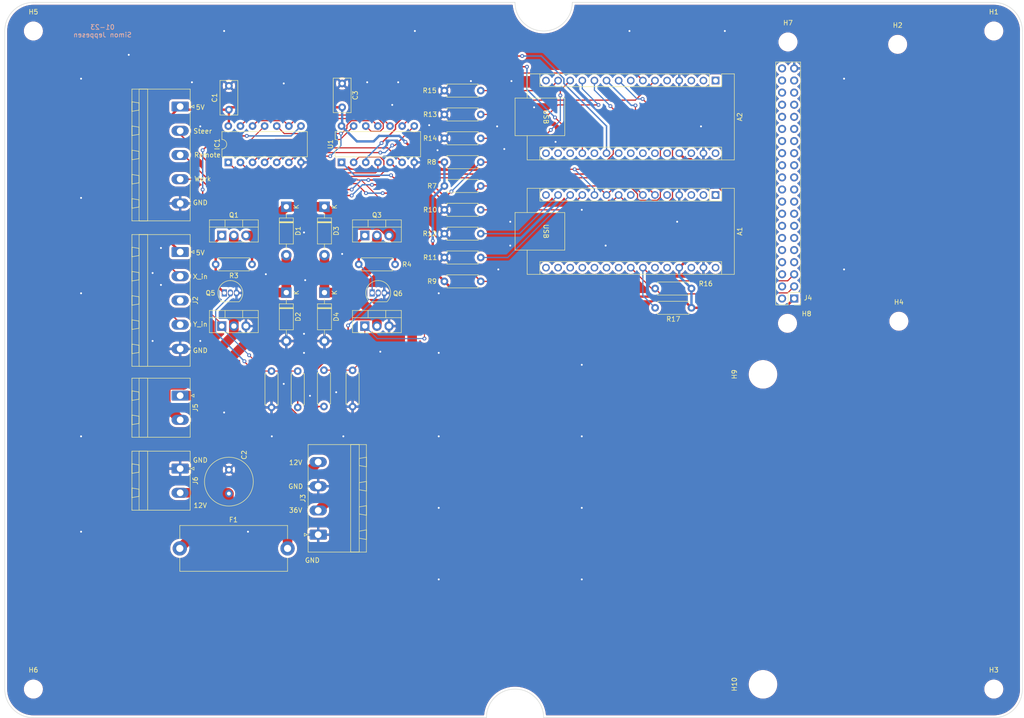
<source format=kicad_pcb>
(kicad_pcb (version 20211014) (generator pcbnew)
  (layers (0 "F.Cu" signal) (31 "B.Cu" signal) (34 "B.Paste" user) (35 "F.Paste" user) (36 "B.SilkS" user "B.Silkscreen") (37 "F.SilkS" user "F.Silkscreen") (38 "B.Mask" user) (39 "F.Mask" user) (44 "Edge.Cuts" user))
  (net 0 "")
  (net 1 "STEERSW")
  (net 2 "WORKSW")
  (net 6 "0")
  (net 8 "REMOTE")
  (net 9 "Net-(A1-Pad12)")
  (net 11 "Net-(A1-Pad13)")
  (net 12 "Net-(A1-Pad14)")
  (net 13 "/SDA")
  (net 14 "/SCL")
  (net 29 "PWM1")
  (net 32 "+36V")
  (net 33 "Net-(Q1-Pad1)")
  (net 34 "IN-")
  (net 35 "Net-(Q3-Pad1)")
  (net 36 "IN+")
  (net 37 "Net-(Q5-Pad2)")
  (net 38 "Net-(Q6-Pad2)")
  (net 39 "DIR")
  (net 40 "PWM")
  (net 41 "+5V")
  (net 42 "DIR1")
  (net 44 "Net-(A2-Pad12)")
  (net 45 "Net-(A2-Pad13)")
  (net 46 "Net-(A2-Pad14)")
  (net 51 "x_analog_in")
  (net 53 "y_analog_in")
  (net 61 "+12V")
  (net 62 "MOTOR+")
  (net 63 "MOTOR-")
  (net 101 "Net-(C2-Pad1)")
  (net 102 "Net-(IC1-Pad1)")
  (net 103 "Net-(IC1-Pad2)")
  (net 104 "Net-(IC1-Pad3)")
  (net 105 "Net-(IC1-Pad4)")
  (net 106 "Net-(IC1-Pad5)")
  (net 107 "Net-(IC1-Pad10)")
  (net 108 "Net-(IC1-Pad12)")
  (net 109 "Net-(IC1-Pad13)")
  (footprint "Resistor_THT:R_Axial_DIN0207_L6.3mm_D2.5mm_P7.62mm_Horizontal" (layer "F.Cu") (at 106.19 62.5)
    (fp_text reference "R12")
    (fp_text value "10k")
  )
  (footprint "Package_TO_SOT_THT:TO-92_Inline" (layer "F.Cu") (at 91.040464 74.93375)
    (fp_text reference "Q6")
    (fp_text value "BC547")
  )
  (footprint "Capacitor_THT:C_Rect_L7.0mm_W3.5mm_P5.00mm" (layer "F.Cu") (at 61 36.5 90)
    (fp_text reference "C1")
    (fp_text value "C_Small" hide)
  )
  (footprint "Package_DIP:DIP-14_W7.62mm" (layer "F.Cu") (at 60.875 47.55 90)
    (fp_text reference "IC1")
    (fp_text value "74HC08N")
  )
  (footprint "Resistor_THT:R_Axial_DIN0207_L6.3mm_D2.5mm_P7.62mm_Horizontal" (layer "F.Cu") (at 80.934214 91.12375 -90)
    (fp_text reference "R2" hide)
    (fp_text value "10k")
  )
  (footprint "Connector_PinHeader_2.54mm:PinHeader_2x20_P2.54mm_Vertical" (layer "F.Cu") (at 179.54 76.1 180)
    (fp_text reference "J4")
    (fp_text value "Conn_02x20_Odd_Even")
  )
  (footprint "Resistor_THT:R_Axial_DIN0207_L6.3mm_D2.5mm_P7.62mm_Horizontal" (layer "F.Cu") (at 69.934214 91.31375 -90)
    (fp_text reference "R1" hide)
    (fp_text value "10k")
  )
  (footprint "MountingHole:MountingHole_5mm" (layer "F.Cu") (at 173 92 90)
    (fp_text reference "H9")
    (fp_text value "MountingHole")
  )
  (footprint "Connector_Phoenix_MSTB:PhoenixContact_MSTBA_2,5_2-G-5,08_1x02_P5.08mm_Horizontal" (layer "F.Cu") (at 50.7775 96.46 -90)
    (fp_text reference "J5")
    (fp_text value "MOTOR_CON")
  )
  (footprint "Resistor_THT:R_Axial_DIN0207_L6.3mm_D2.5mm_P7.62mm_Horizontal" (layer "F.Cu") (at 95.850464 68.93375 180)
    (fp_text reference "R4")
    (fp_text value "10k")
  )
  (footprint "MountingHole:MountingHole_3mm" (layer "F.Cu") (at 221.4 20)
    (fp_text reference "H1")
    (fp_text value "MountingHole")
  )
  (footprint "Connector_Phoenix_MSTB:PhoenixContact_MSTBA_2,5_5-G-5,08_1x05_P5.08mm_Horizontal" (layer "F.Cu") (at 50.7775 35.84 -90)
    (fp_text reference "J1" hide)
    (fp_text value "Conn_01x05_Male")
  )
  (footprint "Resistor_THT:R_Axial_DIN0207_L6.3mm_D2.5mm_P7.62mm_Horizontal" (layer "F.Cu") (at 86.934214 91.15375 -90)
    (fp_text reference "R5" hide)
    (fp_text value "10k")
  )
  (footprint "MountingHole:MountingHole_3mm" (layer "F.Cu") (at 20 158)
    (fp_text reference "H6")
    (fp_text value "MountingHole")
  )
  (footprint "Resistor_THT:R_Axial_DIN0207_L6.3mm_D2.5mm_P7.62mm_Horizontal" (layer "F.Cu") (at 106.19 72.5)
    (fp_text reference "R9")
    (fp_text value "10k")
  )
  (footprint "Package_TO_SOT_THT:TO-220-3_Vertical" (layer "F.Cu") (at 89.500464 81.87875)
    (fp_text reference "Q4" hide)
    (fp_text value "IRLZ44N")
  )
  (footprint "Resistor_THT:R_Axial_DIN0207_L6.3mm_D2.5mm_P7.62mm_Horizontal" (layer "F.Cu") (at 106.19 37.5)
    (fp_text reference "R13")
    (fp_text value "10k")
  )
  (footprint "Module:Arduino_Nano" (layer "F.Cu") (at 163.05 54.39 -90)
    (fp_text reference "A1")
    (fp_text value "Arduino_Nano_steer")
  )
  (footprint "Resistor_THT:R_Axial_DIN0207_L6.3mm_D2.5mm_P7.62mm_Horizontal" (layer "F.Cu") (at 158 74 180)
    (fp_text reference "R16")
    (fp_text value "10k")
  )
  (footprint "Capacitor_THT:C_Rect_L7.0mm_W3.5mm_P5.00mm" (layer "F.Cu") (at 84.75 31 -90)
    (fp_text reference "C3")
    (fp_text value "0.1u")
  )
  (footprint "Diode_THT:D_DO-41_SOD81_P10.16mm_Horizontal" (layer "F.Cu") (at 73.040464 74.85375 -90)
    (fp_text reference "D2")
    (fp_text value "1N5819")
  )
  (footprint "Resistor_THT:R_Axial_DIN0207_L6.3mm_D2.5mm_P7.62mm_Horizontal" (layer "F.Cu") (at 106.19 52.5)
    (fp_text reference "R7")
    (fp_text value "10k")
  )
  (footprint "Diode_THT:D_DO-41_SOD81_P10.16mm_Horizontal" (layer "F.Cu") (at 81.040464 74.85375 -90)
    (fp_text reference "D4")
    (fp_text value "1N5819")
  )
  (footprint "Module:Arduino_Nano" (layer "F.Cu") (at 163.05 30.39 -90)
    (fp_text reference "A2")
    (fp_text value "Arduino_Nano_joystick")
  )
  (footprint "Connector_Phoenix_MSTB:PhoenixContact_MSTBA_2,5_2-G-5,08_1x02_P5.08mm_Horizontal" (layer "F.Cu") (at 50.7775 111.76 -90)
    (fp_text reference "J6")
    (fp_text value "POWER_12V")
  )
  (footprint "Resistor_THT:R_Axial_DIN0207_L6.3mm_D2.5mm_P7.62mm_Horizontal" (layer "F.Cu") (at 106.19 47.5)
    (fp_text reference "R8")
    (fp_text value "10k")
  )
  (footprint "Resistor_THT:R_Axial_DIN0207_L6.3mm_D2.5mm_P7.62mm_Horizontal" (layer "F.Cu") (at 65.850464 68.93375 180)
    (fp_text reference "R3")
    (fp_text value "10k")
  )
  (footprint "Resistor_THT:R_Axial_DIN0207_L6.3mm_D2.5mm_P7.62mm_Horizontal" (layer "F.Cu") (at 75.434214 98.93375 90)
    (fp_text reference "R6" hide)
    (fp_text value "10k")
  )
  (footprint "Package_DIP:DIP-14_W7.62mm" (layer "F.Cu") (at 84.625 47.55 90)
    (fp_text reference "U1")
    (fp_text value "74HC04")
  )
  (footprint "Connector_Phoenix_MSTB:PhoenixContact_MSTBA_2,5_4-G-5,08_1x04_P5.08mm_Horizontal" (layer "F.Cu") (at 79.7225 125.62 90)
    (fp_text reference "J3")
    (fp_text value "POWER12V-36V")
  )
  (footprint "Resistor_THT:R_Axial_DIN0207_L6.3mm_D2.5mm_P7.62mm_Horizontal" (layer "F.Cu") (at 106.19 67.5)
    (fp_text reference "R11")
    (fp_text value "10k")
  )
  (footprint "MountingHole:MountingHole_3mm" (layer "F.Cu") (at 20 20)
    (fp_text reference "H5")
    (fp_text value "MountingHole")
  )
  (footprint "Package_TO_SOT_THT:TO-220-3_Vertical" (layer "F.Cu") (at 59.500464 62.87875)
    (fp_text reference "Q1")
    (fp_text value "FQP27P06")
  )
  (footprint "MountingHole:MountingHole_3mm" (layer "F.Cu") (at 201.24 22.8)
    (fp_text reference "H2")
    (fp_text value "MountingHole")
  )
  (footprint "Connector_Phoenix_MSTB:PhoenixContact_MSTBA_2,5_5-G-5,08_1x05_P5.08mm_Horizontal" (layer "F.Cu") (at 50.7775 66.34 -90)
    (fp_text reference "J2")
    (fp_text value "Conn_01x05_Male")
  )
  (footprint "Package_TO_SOT_THT:TO-220-3_Vertical" (layer "F.Cu") (at 59.500464 81.87875)
    (fp_text reference "Q2" hide)
    (fp_text value "IRLZ44N")
  )
  (footprint "MountingHole:MountingHole_3mm" (layer "F.Cu") (at 178.24 22.3)
    (fp_text reference "H7")
    (fp_text value "MountingHole")
  )
  (footprint "Diode_THT:D_DO-41_SOD81_P10.16mm_Horizontal" (layer "F.Cu") (at 73.040464 56.85375 -90)
    (fp_text reference "D1")
    (fp_text value "1N5819")
  )
  (footprint "Resistor_THT:R_Axial_DIN0207_L6.3mm_D2.5mm_P7.62mm_Horizontal" (layer "F.Cu") (at 158 78.05 180)
    (fp_text reference "R17")
    (fp_text value "10k")
  )
  (footprint "Resistor_THT:R_Axial_DIN0207_L6.3mm_D2.5mm_P7.62mm_Horizontal" (layer "F.Cu") (at 106.19 57.5)
    (fp_text reference "R10")
    (fp_text value "10k")
  )
  (footprint "MountingHole:MountingHole_3mm" (layer "F.Cu") (at 221.4 158)
    (fp_text reference "H3")
    (fp_text value "MountingHole")
  )
  (footprint "Package_TO_SOT_THT:TO-92_Inline" (layer "F.Cu") (at 60.040464 74.93375)
    (fp_text reference "Q5")
    (fp_text value "BC547")
  )
  (footprint "Diode_THT:D_DO-41_SOD81_P10.16mm_Horizontal" (layer "F.Cu") (at 81.040464 56.85375 -90)
    (fp_text reference "D3")
    (fp_text value "1N5819")
  )
  (footprint "MountingHole:MountingHole_3mm" (layer "F.Cu") (at 201.492445 80.86238)
    (fp_text reference "H4")
    (fp_text value "MountingHole")
  )
  (footprint "Package_TO_SOT_THT:TO-220-3_Vertical" (layer "F.Cu") (at 89.500464 62.87875)
    (fp_text reference "Q3")
    (fp_text value "FQP27P06")
  )
  (footprint "MountingHole:MountingHole_5mm" (layer "F.Cu") (at 173 157 90)
    (fp_text reference "H10")
    (fp_text value "MountingHole")
  )
  (footprint "Resistor_THT:R_Axial_DIN0207_L6.3mm_D2.5mm_P7.62mm_Horizontal" (layer "F.Cu") (at 106.19 32.5)
    (fp_text reference "R15")
    (fp_text value "10k")
  )
  (footprint "Capacitor_THT:C_Radial_D10.0mm_H12.5mm_P5.00mm" (layer "F.Cu") (at 61 117 90)
    (fp_text reference "C2")
    (fp_text value "1000 u")
  )
  (footprint "Resistor_THT:R_Axial_DIN0207_L6.3mm_D2.5mm_P7.62mm_Horizontal" (layer "F.Cu") (at 106.19 42.5)
    (fp_text reference "R14")
    (fp_text value "10k")
  )
  (footprint "MountingHole:MountingHole_3mm" (layer "F.Cu") (at 178.14 81.3)
    (fp_text reference "H8")
    (fp_text value "MountingHole")
  )
  (footprint "Fuse:Fuseholder_Cylinder-5x20mm_Stelvio-Kontek_PTF78_Horizontal_Open" (layer "F.Cu") (at 50.7 128.5)
    (fp_text reference "F1")
    (fp_text value "Fuse")
  )
  (gr_arc (start 14 20) (mid 15.757359 15.757359) (end 20 14) (layer "Edge.Cuts") (width 0.1))
  (gr_arc (start 133 14) (mid 127 20) (end 121 14) (layer "Edge.Cuts") (width 0.1))
  (gr_line (start 115 164) (end 20 164) (layer "Edge.Cuts") (width 0.1))
  (gr_line (start 221.4 14) (end 133 14) (layer "Edge.Cuts") (width 0.1))
  (gr_line (start 221.4 164) (end 127 164) (layer "Edge.Cuts") (width 0.1))
  (gr_line (start 227.4 20) (end 227.4 158) (layer "Edge.Cuts") (width 0.1))
  (gr_line (start 20.5 14) (end 20 14) (layer "Edge.Cuts") (width 0.1))
  (gr_line (start 14 20) (end 14 158) (layer "Edge.Cuts") (width 0.1))
  (gr_arc (start 115 164) (mid 121 158) (end 127 164) (layer "Edge.Cuts") (width 0.1))
  (gr_arc (start 221.4 14) (mid 225.642641 15.757359) (end 227.4 20) (layer "Edge.Cuts") (width 0.1))
  (gr_arc (start 20 164) (mid 15.757359 162.242641) (end 14 158) (layer "Edge.Cuts") (width 0.1))
  (gr_line (start 20.5 14) (end 121 14) (layer "Edge.Cuts") (width 0.1))
  (gr_arc (start 227.4 158) (mid 225.642641 162.242641) (end 221.4 164) (layer "Edge.Cuts") (width 0.1))
  (gr_text "01-23\nSimon Jeppesen" (at 34.5 20) (layer "B.SilkS") (effects (font (size 1 1)) (justify mirror)))
  (gr_text "GND" (at 55 56) (layer "F.SilkS") (effects (font (size 1 1))))
  (gr_text "GND" (at 55 110) (layer "F.SilkS") (effects (font (size 1 1))))
  (gr_text "GND" (at 55 87) (layer "F.SilkS") (effects (font (size 1 1))))
  (gr_text "5V" (at 55 66.5) (layer "F.SilkS") (effects (font (size 1 1))))
  (gr_text "12V" (at 75 110.5) (layer "F.SilkS") (effects (font (size 1 1))))
  (gr_text "GND" (at 75 115.5) (layer "F.SilkS") (effects (font (size 1 1))))
  (gr_text "36V" (at 75 120.5) (layer "F.SilkS") (effects (font (size 1 1))))
  (gr_text "12V" (at 55 119.5) (layer "F.SilkS") (effects (font (size 1 1))))
  (gr_text "X_in" (at 55 71.5) (layer "F.SilkS") (effects (font (size 1 1))))
  (gr_text "Work\n" (at 55.5 51) (layer "F.SilkS") (effects (font (size 1 1))))
  (gr_text "GND" (at 78.5 131) (layer "F.SilkS") (effects (font (size 1 1))))
  (gr_text "5V" (at 55 36) (layer "F.SilkS") (effects (font (size 1 1))))
  (gr_text "Steer" (at 55.5 41) (layer "F.SilkS") (effects (font (size 1 1))))
  (gr_text "Y_in\n" (at 55 81.5) (layer "F.SilkS") (effects (font (size 1 1))))
  (gr_text "Remote\n" (at 56.5 46) (layer "F.SilkS") (effects (font (size 1 1))))
  (segment (start 141.605 55.515) (end 142.73 54.39) (width 0.25) (layer "F.Cu") (net 1))
  (segment (start 129 61) (end 135.170991 61) (width 0.25) (layer "F.Cu") (net 1))
  (segment (start 50.7775 41.68) (end 56.25 47.1525) (width 0.3) (layer "F.Cu") (net 1))
  (segment (start 56.25 47.1525) (end 56.25 49.5) (width 0.3) (layer "F.Cu") (net 1))
  (segment (start 135.170991 61) (end 140.655991 55.515) (width 0.25) (layer "F.Cu") (net 1))
  (segment (start 95.31 54) (end 113.81 72.5) (width 0.3) (layer "F.Cu") (net 1))
  (segment (start 58.75 52) (end 56.25 49.5) (width 0.25) (layer "F.Cu") (net 1))
  (segment (start 144.305 55.965) (end 153.035 55.965) (width 0.25) (layer "F.Cu") (net 1))
  (segment (start 154.015 54.985) (end 154.015 41.675) (width 0.25) (layer "F.Cu") (net 1))
  (segment (start 93.25 54) (end 95.31 54) (width 0.3) (layer "F.Cu") (net 1))
  (segment (start 117.5 72.5) (end 129 61) (width 0.25) (layer "F.Cu") (net 1))
  (segment (start 140.655991 55.515) (end 141.605 55.515) (width 0.25) (layer "F.Cu") (net 1))
  (segment (start 87.75 52) (end 58.75 52) (width 0.25) (layer "F.Cu") (net 1))
  (segment (start 113.81 72.5) (end 117.5 72.5) (width 0.25) (layer "F.Cu") (net 1))
  (segment (start 142.73 54.39) (end 144.305 55.965) (width 0.25) (layer "F.Cu") (net 1))
  (segment (start 154.015 40.515) (end 147.75 34.25) (width 0.25) (layer "F.Cu") (net 1))
  (segment (start 89.75 54) (end 87.75 52) (width 0.25) (layer "F.Cu") (net 1))
  (segment (start 50.7775 40.92) (end 50.7775 41.68) (width 0.3) (layer "F.Cu") (net 1))
  (segment (start 153.035 55.965) (end 154.015 54.985) (width 0.25) (layer "F.Cu") (net 1))
  (segment (start 154.015 41.675) (end 154.015 40.515) (width 0.25) (layer "F.Cu") (net 1))
  (via (at 147.75 34.25) (size 0.8) (drill 0.4) (layers "F.Cu" "B.Cu") (net 1))
  (via (at 93.25 54) (size 0.8) (drill 0.4) (layers "F.Cu" "B.Cu") (net 1))
  (via (at 89.75 54) (size 0.8) (drill 0.4) (layers "F.Cu" "B.Cu") (net 1))
  (segment (start 147.75 34.25) (end 146.59 34.25) (width 0.25) (layer "B.Cu") (net 1))
  (segment (start 146.59 34.25) (end 142.73 30.39) (width 0.25) (layer "B.Cu") (net 1))
  (segment (start 89.75 54) (end 93.25 54) (width 0.3) (layer "B.Cu") (net 1))
  (segment (start 105.5 55.25) (end 111.06 55.25) (width 0.3) (layer "F.Cu") (net 2))
  (segment (start 146.685 55.185) (end 146.685 54.185) (width 0.25) (layer "F.Cu") (net 2))
  (segment (start 55.08 51.08) (end 58.5 54.5) (width 0.3) (layer "F.Cu") (net 2))
  (segment (start 102.5 52.25) (end 105.5 55.25) (width 0.3) (layer "F.Cu") (net 2))
  (segment (start 146.25 36.45) (end 151.475 41.675) (width 0.25) (layer "F.Cu") (net 2))
  (segment (start 151.475 54.855991) (end 150.815991 55.515) (width 0.25) (layer "F.Cu") (net 2))
  (segment (start 146.25 35.6) (end 146.25 36.45) (width 0.25) (layer "F.Cu") (net 2))
  (segment (start 142.5 52.08) (end 140.19 54.39) (width 0.25) (layer "F.Cu") (net 2))
  (segment (start 111.06 55.25) (end 113.81 52.5) (width 0.3) (layer "F.Cu") (net 2))
  (segment (start 138.3 52.5) (end 140.19 54.39) (width 0.25) (layer "F.Cu") (net 2))
  (segment (start 113.81 52.5) (end 138.3 52.5) (width 0.25) (layer "F.Cu") (net 2))
  (segment (start 50.7775 51.08) (end 55.08 51.08) (width 0.3) (layer "F.Cu") (net 2))
  (segment (start 150.815991 55.515) (end 147.015 55.515) (width 0.25) (layer "F.Cu") (net 2))
  (segment (start 151.475 41.675) (end 151.475 54.855991) (width 0.25) (layer "F.Cu") (net 2))
  (segment (start 142.5 52) (end 142.5 52.08) (width 0.25) (layer "F.Cu") (net 2))
  (segment (start 144.5 52) (end 142.5 52) (width 0.25) (layer "F.Cu") (net 2))
  (segment (start 146.685 54.185) (end 144.5 52) (width 0.25) (layer "F.Cu") (net 2))
  (segment (start 147.015 55.515) (end 146.685 55.185) (width 0.25) (layer "F.Cu") (net 2))
  (segment (start 58.5 54.5) (end 86.75 54.5) (width 0.3) (layer "F.Cu") (net 2))
  (segment (start 91 52.25) (end 102.5 52.25) (width 0.3) (layer "F.Cu") (net 2))
  (via (at 91 52.25) (size 0.8) (drill 0.4) (layers "F.Cu" "B.Cu") (net 2))
  (via (at 146.25 35.6) (size 0.8) (drill 0.4) (layers "F.Cu" "B.Cu") (net 2))
  (via (at 86.75 54.5) (size 0.8) (drill 0.4) (layers "F.Cu" "B.Cu") (net 2))
  (segment (start 86.75 54.5) (end 89 52.25) (width 0.3) (layer "B.Cu") (net 2))
  (segment (start 145.4 35.6) (end 140.19 30.39) (width 0.3) (layer "B.Cu") (net 2))
  (segment (start 89 52.25) (end 91 52.25) (width 0.3) (layer "B.Cu") (net 2))
  (segment (start 146.25 35.6) (end 145.4 35.6) (width 0.3) (layer "B.Cu") (net 2))
  (via (at 190 70) (size 0.8) (drill 0.4) (layers "F.Cu" "B.Cu") (net 6))
  (via (at 105 135) (size 0.8) (drill 0.4) (layers "F.Cu" "B.Cu") (net 6))
  (via (at 140 65) (size 0.8) (drill 0.4) (layers "F.Cu" "B.Cu") (net 6))
  (via (at 120.25 30.5) (size 0.8) (drill 0.4) (layers "F.Cu" "B.Cu") (net 6))
  (via (at 83.5 95.75) (size 0.8) (drill 0.4) (layers "F.Cu" "B.Cu") (net 6))
  (via (at 120 65) (size 0.8) (drill 0.4) (layers "F.Cu" "B.Cu") (net 6))
  (via (at 135 57.5) (size 0.8) (drill 0.4) (layers "F.Cu" "B.Cu") (net 6))
  (via (at 145 20) (size 0.8) (drill 0.4) (layers "F.Cu" "B.Cu") (net 6))
  (via (at 76.75 62.25) (size 0.8) (drill 0.4) (layers "F.Cu" "B.Cu") (net 6))
  (via (at 160 40) (size 0.8) (drill 0.4) (layers "F.Cu" "B.Cu") (net 6))
  (via (at 135 135) (size 0.8) (drill 0.4) (layers "F.Cu" "B.Cu") (net 6))
  (via (at 72.5 31) (size 0.8) (drill 0.4) (layers "F.Cu" "B.Cu") (net 6))
  (via (at 72.5 94) (size 0.8) (drill 0.4) (layers "F.Cu" "B.Cu") (net 6))
  (via (at 105 120) (size 0.8) (drill 0.4) (layers "F.Cu" "B.Cu") (net 6))
  (via (at 190 30) (size 0.8) (drill 0.4) (layers "F.Cu" "B.Cu") (net 6))
  (via (at 85 105) (size 0.8) (drill 0.4) (layers "F.Cu" "B.Cu") (net 6))
  (via (at 155 60) (size 0.8) (drill 0.4) (layers "F.Cu" "B.Cu") (net 6))
  (via (at 120 60) (size 0.8) (drill 0.4) (layers "F.Cu" "B.Cu") (net 6))
  (via (at 96.5 30.75) (size 0.8) (drill 0.4) (layers "F.Cu" "B.Cu") (net 6))
  (via (at 117.25 40) (size 0.8) (drill 0.4) (layers "F.Cu" "B.Cu") (net 6))
  (via (at 135 90) (size 0.8) (drill 0.4) (layers "F.Cu" "B.Cu") (net 6))
  (via (at 90 30.75) (size 0.8) (drill 0.4) (layers "F.Cu" "B.Cu") (net 6))
  (via (at 30 30) (size 0.8) (drill 0.4) (layers "F.Cu" "B.Cu") (net 6))
  (via (at 78 96.5) (size 0.8) (drill 0.4) (layers "F.Cu" "B.Cu") (net 6))
  (via (at 65 125) (size 0.8) (drill 0.4) (layers "F.Cu" "B.Cu") (net 6))
  (via (at 45 85) (size 0.8) (drill 0.4) (layers "F.Cu" "B.Cu") (net 6))
  (via (at 60 20) (size 0.8) (drill 0.4) (layers "F.Cu" "B.Cu") (net 6))
  (via (at 105 75) (size 0.8) (drill 0.4) (layers "F.Cu" "B.Cu") (net 6))
  (via (at 105 87.5) (size 0.8) (drill 0.4) (layers "F.Cu" "B.Cu") (net 6))
  (via (at 30 125) (size 0.8) (drill 0.4) (layers "F.Cu" "B.Cu") (net 6))
  (via (at 103 39.75) (size 0.8) (drill 0.4) (layers "F.Cu" "B.Cu") (net 6))
  (via (at 95.25 35.5) (size 0.8) (drill 0.4) (layers "F.Cu" "B.Cu") (net 6))
  (via (at 92.75 87.25) (size 0.8) (drill 0.4) (layers "F.Cu" "B.Cu") (net 6))
  (via (at 129.5 43.25) (size 0.8) (drill 0.4) (layers "F.Cu" "B.Cu") (net 6))
  (via (at 55 85) (size 0.8) (drill 0.4) (layers "F.Cu" "B.Cu") (net 6))
  (via (at 135 120) (size 0.8) (drill 0.4) (layers "F.Cu" "B.Cu") (net 6))
  (via (at 46.75 65.5) (size 0.8) (drill 0.4) (layers "F.Cu" "B.Cu") (net 6))
  (via (at 55 40) (size 0.8) (drill 0.4) (layers "F.Cu" "B.Cu") (net 6))
  (via (at 165 20) (size 0.8) (drill 0.4) (layers "F.Cu" "B.Cu") (net 6))
  (via (at 30 55) (size 0.8) (drill 0.4) (layers "F.Cu" "B.Cu") (net 6))
  (via (at 70 105) (size 0.8) (drill 0.4) (layers "F.Cu" "B.Cu") (net 6))
  (via (at 68.75 71) (size 0.8) (drill 0.4) (layers "F.Cu" "B.Cu") (net 6))
  (via (at 118.75 44.75) (size 0.8) (drill 0.4) (layers "F.Cu" "B.Cu") (net 6))
  (via (at 111.75 30.5) (size 0.8) (drill 0.4) (layers "F.Cu" "B.Cu") (net 6))
  (via (at 53.25 30.75) (size 0.8) (drill 0.4) (layers "F.Cu" "B.Cu") (net 6))
  (via (at 105 105) (size 0.8) (drill 0.4) (layers "F.Cu" "B.Cu") (net 6))
  (via (at 77 72.25) (size 0.8) (drill 0.4) (layers "F.Cu" "B.Cu") (net 6))
  (via (at 46.75 73.25) (size 0.8) (drill 0.4) (layers "F.Cu" "B.Cu") (net 6))
  (via (at 135 105) (size 0.8) (drill 0.4) (layers "F.Cu" "B.Cu") (net 6))
  (via (at 100 20) (size 0.8) (drill 0.4) (layers "F.Cu" "B.Cu") (net 6))
  (via (at 76.75 83.5) (size 0.8) (drill 0.4) (layers "F.Cu" "B.Cu") (net 6))
  (via (at 40 25) (size 0.8) (drill 0.4) (layers "F.Cu" "B.Cu") (net 6))
  (via (at 45 70.75) (size 0.8) (drill 0.4) (layers "F.Cu" "B.Cu") (net 6))
  (via (at 60 100) (size 0.8) (drill 0.4) (layers "F.Cu" "B.Cu") (net 6))
  (via (at 30 105) (size 0.8) (drill 0.4) (layers "F.Cu" "B.Cu") (net 6))
  (via (at 125 36) (size 0.8) (drill 0.4) (layers "F.Cu" "B.Cu") (net 6))
  (via (at 117.5 70) (size 0.8) (drill 0.4) (layers "F.Cu" "B.Cu") (net 6))
  (via (at 30 75) (size 0.8) (drill 0.4) (layers "F.Cu" "B.Cu") (net 6))
  (via (at 76.75 87.5) (size 0.8) (drill 0.4) (layers "F.Cu" "B.Cu") (net 6))
  (via (at 84.75 66.75) (size 0.8) (drill 0.4) (layers "F.Cu" "B.Cu") (net 6))
  (via (at 104.75 45) (size 0.8) (drill 0.4) (layers "F.Cu" "B.Cu") (net 6))
  (segment (start 50.7775 46) (end 51.5 46) (width 0.3) (layer "F.Cu") (net 8))
  (segment (start 138.410991 49) (end 133.5 49) (width 0.25) (layer "F.Cu") (net 8))
  (segment (start 51.5 46) (end 58.75 53.25) (width 0.3) (layer "F.Cu") (net 8))
  (segment (start 141.605 36.355) (end 141.605 45.805991) (width 0.25) (layer "F.Cu") (net 8))
  (segment (start 130.019009 47.5) (end 113.81 47.5) (width 0.25) (layer "F.Cu") (net 8))
  (segment (start 58.75 53.25) (end 86.75 53.25) (width 0.3) (layer "F.Cu") (net 8))
  (segment (start 107.66 53.65) (end 107.6 53.65) (width 0.3) (layer "F.Cu") (net 8))
  (segment (start 107.6 53.65) (end 107 54.25) (width 0.3) (layer "F.Cu") (net 8))
  (segment (start 133.5 49) (end 131.519009 49) (width 0.25) (layer "F.Cu") (net 8))
  (segment (start 105.75 54.25) (end 103.313654 51.813654) (width 0.3) (layer "F.Cu") (net 8))
  (segment (start 107 54.25) (end 105.75 54.25) (width 0.3) (layer "F.Cu") (net 8))
  (segment (start 141 35.75) (end 141.605 36.355) (width 0.25) (layer "F.Cu") (net 8))
  (segment (start 141.605 45.805991) (end 138.410991 49) (width 0.25) (layer "F.Cu") (net 8))
  (segment (start 131.519009 49) (end 130.019009 47.5) (width 0.25) (layer "F.Cu") (net 8))
  (segment (start 103.313654 51.813654) (end 103.313654 51.25) (width 0.3) (layer "F.Cu") (net 8))
  (segment (start 103.313654 51.25) (end 90.25 51.25) (width 0.3) (layer "F.Cu") (net 8))
  (via (at 133.5 49) (size 0.8) (drill 0.4) (layers "F.Cu" "B.Cu") (net 8))
  (via (at 141 35.75) (size 0.8) (drill 0.4) (layers "F.Cu" "B.Cu") (net 8))
  (via (at 86.75 53.25) (size 0.8) (drill 0.4) (layers "F.Cu" "B.Cu") (net 8))
  (via (at 90.25 51.25) (size 0.8) (drill 0.4) (layers "F.Cu" "B.Cu") (net 8))
  (via (at 107.66 53.65) (size 0.8) (drill 0.4) (layers "F.Cu" "B.Cu") (net 8))
  (segment (start 137.65 32.4) (end 141 35.75) (width 0.25) (layer "B.Cu") (net 8))
  (segment (start 107.66 53.65) (end 113.81 47.5) (width 0.25) (layer "B.Cu") (net 8))
  (segment (start 88.75 51.25) (end 90.25 51.25) (width 0.3) (layer "B.Cu") (net 8))
  (segment (start 86.75 53.25) (end 88.75 51.25) (width 0.3) (layer "B.Cu") (net 8))
  (segment (start 137.65 53.15) (end 133.5 49) (width 0.25) (layer "B.Cu") (net 8))
  (segment (start 137.65 30.39) (end 137.65 32.4) (width 0.25) (layer "B.Cu") (net 8))
  (segment (start 137.65 54.39) (end 137.65 53.15) (width 0.25) (layer "B.Cu") (net 8))
  (segment (start 113.81 57.5) (end 132 57.5) (width 0.25) (layer "F.Cu") (net 9))
  (segment (start 132 57.5) (end 135.11 54.39) (width 0.25) (layer "F.Cu") (net 9))
  (segment (start 119.46 67.5) (end 132.57 54.39) (width 0.25) (layer "B.Cu") (net 11))
  (segment (start 113.81 67.5) (end 119.46 67.5) (width 0.25) (layer "B.Cu") (net 11))
  (segment (start 113.81 62.5) (end 121.92 62.5) (width 0.25) (layer "B.Cu") (net 12))
  (segment (start 121.92 62.5) (end 130.03 54.39) (width 0.25) (layer "B.Cu") (net 12))
  (segment (start 178.175 74.925) (end 179.54 73.56) (width 0.25) (layer "F.Cu") (net 13))
  (segment (start 175.875 75.125) (end 176.075 74.925) (width 0.25) (layer "F.Cu") (net 13))
  (segment (start 145.27 69.63) (end 149.64 74) (width 0.25) (layer "F.Cu") (net 13))
  (segment (start 151.505 75.125) (end 175.875 75.125) (width 0.25) (layer "F.Cu") (net 13))
  (segment (start 176.075 74.925) (end 178.175 74.925) (width 0.25) (layer "F.Cu") (net 13))
  (segment (start 150.38 74) (end 151.505 75.125) (width 0.25) (layer "F.Cu") (net 13))
  (segment (start 149.64 74) (end 150.38 74) (width 0.25) (layer "F.Cu") (net 13))
  (segment (start 150.565 72.385) (end 178.175 72.385) (width 0.25) (layer "F.Cu") (net 14))
  (segment (start 178.175 72.385) (end 179.54 71.02) (width 0.25) (layer "F.Cu") (net 14))
  (segment (start 147.81 69.63) (end 150.565 72.385) (width 0.25) (layer "F.Cu") (net 14))
  (segment (start 150.38 78.05) (end 147.81 75.48) (width 0.25) (layer "B.Cu") (net 14))
  (segment (start 147.81 75.48) (end 147.81 69.63) (width 0.25) (layer "B.Cu") (net 14))
  (segment (start 146.24 34.5) (end 150.35 30.39) (width 0.25) (layer "F.Cu") (net 29))
  (segment (start 102.755 34.5) (end 146.24 34.5) (width 0.25) (layer "F.Cu") (net 29))
  (segment (start 97.325 39.93) (end 102.755 34.5) (width 0.25) (layer "F.Cu") (net 29))
  (segment (start 92.951734 60.67875) (end 94.580464 62.30748) (width 2) (layer "F.Cu") (net 32))
  (segment (start 81.040464 56.85375) (end 84.865464 60.67875) (width 2) (layer "F.Cu") (net 32))
  (segment (start 73.040464 56.85375) (end 81.040464 56.85375) (width 2) (layer "F.Cu") (net 32))
  (segment (start 99.434214 100.828286) (end 79.7225 120.54) (width 2) (layer "F.Cu") (net 32))
  (segment (start 99.434214 67.16123) (end 99.434214 100.828286) (width 2) (layer "F.Cu") (net 32))
  (segment (start 84.865464 60.67875) (end 92.951734 60.67875) (width 2) (layer "F.Cu") (net 32))
  (segment (start 92.951734 60.67875) (end 99.434214 67.16123) (width 2) (layer "F.Cu") (net 32))
  (segment (start 95.850464 68.93375) (end 95.850464 64.14875) (width 0.5) (layer "F.Cu") (net 32))
  (segment (start 94.580464 62.30748) (end 94.580464 62.87875) (width 2) (layer "F.Cu") (net 32))
  (segment (start 95.850464 64.14875) (end 94.580464 62.87875) (width 0.5) (layer "F.Cu") (net 32))
  (segment (start 65.850464 64.14875) (end 64.580464 62.87875) (width 0.5) (layer "F.Cu") (net 32))
  (segment (start 65.850464 68.93375) (end 65.850464 64.14875) (width 0.5) (layer "F.Cu") (net 32))
  (segment (start 67.015464 62.87875) (end 73.040464 56.85375) (width 2) (layer "F.Cu") (net 32))
  (segment (start 64.580464 62.87875) (end 67.015464 62.87875) (width 2) (layer "F.Cu") (net 32))
  (segment (start 58.230464 68.93375) (end 58.230464 73.12375) (width 0.5) (layer "F.Cu") (net 33))
  (segment (start 59.540464 62.93375) (end 58.230464 64.24375) (width 0.5) (layer "F.Cu") (net 33))
  (segment (start 58.230464 64.24375) (end 58.230464 68.93375) (width 0.5) (layer "F.Cu") (net 33))
  (segment (start 59.500464 62.87875) (end 59.500464 62.89375) (width 0.5) (layer "F.Cu") (net 33))
  (segment (start 59.500464 62.89375) (end 59.540464 62.93375) (width 0.5) (layer "F.Cu") (net 33))
  (segment (start 58.230464 73.12375) (end 60.040464 74.93375) (width 0.5) (layer "F.Cu") (net 33))
  (segment (start 55.5 53.25) (end 55.5 63.135) (width 0.3) (layer "F.Cu") (net 34))
  (segment (start 55.5 45) (end 58.5 42) (width 0.3) (layer "F.Cu") (net 34))
  (segment (start 68.56375 91.31375) (end 65.25 88) (width 0.2) (layer "F.Cu") (net 34))
  (segment (start 59.500464 81.87875) (end 59.500464 81.500464) (width 0.2) (layer "F.Cu") (net 34))
  (segment (start 55.5 77.5) (end 55.5 63.135) (width 0.2) (layer "F.Cu") (net 34))
  (segment (start 58.5 42) (end 64.75 42) (width 0.3) (layer "F.Cu") (net 34))
  (segment (start 59.500464 81.500464) (end 55.5 77.5) (width 0.2) (layer "F.Cu") (net 34))
  (segment (start 69.934214 91.31375) (end 68.56375 91.31375) (width 0.2) (layer "F.Cu") (net 34))
  (segment (start 75.434214 91.31375) (end 69.934214 91.31375) (width 0.2) (layer "F.Cu") (net 34))
  (via (at 55.5 53.25) (size 0.8) (drill 0.4) (layers "F.Cu" "B.Cu") (net 34))
  (via (at 64.75 42) (size 0.8) (drill 0.4) (layers "F.Cu" "B.Cu") (net 34))
  (via (at 65.25 88) (size 0.8) (drill 0.4) (layers "F.Cu" "B.Cu") (net 34))
  (via (at 55.5 45) (size 0.8) (drill 0.4) (layers "F.Cu" "B.Cu") (net 34))
  (segment (start 74.045 42) (end 76.115 39.93) (width 0.3) (layer "B.Cu") (net 34))
  (segment (start 55.5 47.5) (end 55.5 53.25) (width 0.3) (layer "B.Cu") (net 34))
  (segment (start 55.5 47.5) (end 55.5 45) (width 0.3) (layer "B.Cu") (net 34))
  (segment (start 65.25 88) (end 59.500464 82.250464) (width 0.2) (layer "B.Cu") (net 34))
  (segment (start 59.500464 82.250464) (end 59.500464 81.87875) (width 0.2) (layer "B.Cu") (net 34))
  (segment (start 64.75 42) (end 74.045 42) (width 0.3) (layer "B.Cu") (net 34))
  (segment (start 88.230464 68.93375) (end 88.230464 64.14875) (width 0.5) (layer "F.Cu") (net 35))
  (segment (start 88.230464 64.14875) (end 89.500464 62.87875) (width 0.5) (layer "F.Cu") (net 35))
  (segment (start 91.040464 71.74375) (end 88.230464 68.93375) (width 0.25) (layer "B.Cu") (net 35))
  (segment (start 91.040464 74.93375) (end 91.040464 71.74375) (width 0.25) (layer "B.Cu") (net 35))
  (segment (start 87.75 51.25) (end 61.25 51.25) (width 0.2) (layer "F.Cu") (net 36))
  (segment (start 60 43.75) (end 64.75 43.75) (width 0.2) (layer "F.Cu") (net 36))
  (segment (start 61.25 51.25) (end 58 48) (width 0.2) (layer "F.Cu") (net 36))
  (segment (start 58 45.75) (end 60 43.75) (width 0.2) (layer "F.Cu") (net 36))
  (segment (start 88.75 51.25) (end 87.75 51.25) (width 0.2) (layer "F.Cu") (net 36))
  (segment (start 89.500464 81.87875) (end 89.500464 88.5575) (width 0.2) (layer "F.Cu") (net 36))
  (segment (start 64.75 43.75) (end 64.75 43.675) (width 0.2) (layer "F.Cu") (net 36))
  (segment (start 58 48) (end 58 45.75) (width 0.2) (layer "F.Cu") (net 36))
  (segment (start 90 52.5) (end 88.75 51.25) (width 0.2) (layer "F.Cu") (net 36))
  (segment (start 80.934214 91.12375) (end 86.934214 91.12375) (width 0.2) (layer "F.Cu") (net 36))
  (segment (start 102 64.5) (end 90 52.5) (width 0.2) (layer "F.Cu") (net 36))
  (segment (start 102 84.5) (end 102 64.5) (width 0.2) (layer "F.Cu") (net 36))
  (segment (start 64.75 43.675) (end 68.495 39.93) (width 0.2) (layer "F.Cu") (net 36))
  (segment (start 89.500464 88.5575) (end 86.934214 91.12375) (width 0.2) (layer "F.Cu") (net 36))
  (via (at 102 84.5) (size 0.8) (drill 0.4) (layers "F.Cu" "B.Cu") (net 36))
  (segment (start 92.121714 84.5) (end 102 84.5) (width 0.2) (layer "B.Cu") (net 36))
  (segment (start 89.500464 81.87875) (end 92.121714 84.5) (width 0.2) (layer "B.Cu") (net 36))
  (segment (start 64.25 89.25) (end 64.25 89.340527) (width 0.25) (layer "F.Cu") (net 37))
  (segment (start 79.75625 98.74375) (end 77 101.5) (width 0.3) (layer "F.Cu") (net 37))
  (segment (start 80.934214 98.74375) (end 79.75625 98.74375) (width 0.3) (layer "F.Cu") (net 37))
  (segment (start 76.374118 101.464645) (end 76.374118 101.5) (width 0.25) (layer "F.Cu") (net 37))
  (segment (start 64.25 89.340527) (end 76.374118 101.464645) (width 0.25) (layer "F.Cu") (net 37))
  (segment (start 77 101.5) (end 76.374118 101.5) (width 0.3) (layer "F.Cu") (net 37))
  (via (at 64.25 89.25) (size 0.8) (drill 0.4) (layers "F.Cu" "B.Cu") (net 37))
  (segment (start 61.310464 75.4775) (end 61.310464 74.93375) (width 0.25) (layer "B.Cu") (net 37))
  (segment (start 58.222964 83.222964) (end 58.222964 78.565) (width 0.25) (layer "B.Cu") (net 37))
  (segment (start 64.25 89.25) (end 58.222964 83.222964) (width 0.3) (layer "B.Cu") (net 37))
  (segment (start 58.222964 78.565) (end 61.310464 75.4775) (width 0.25) (layer "B.Cu") (net 37))
  (segment (start 75.434214 98.93375) (end 75.434214 94.997404) (width 0.3) (layer "F.Cu") (net 38))
  (segment (start 75.434214 94.997404) (end 86 84.431618) (width 0.3) (layer "F.Cu") (net 38))
  (segment (start 86 84.431618) (end 86 81.75) (width 0.3) (layer "F.Cu") (net 38))
  (via (at 86 81.75) (size 0.8) (drill 0.4) (layers "F.Cu" "B.Cu") (net 38))
  (segment (start 86 81.75) (end 92.310464 75.439536) (width 0.3) (layer "B.Cu") (net 38))
  (segment (start 92.310464 75.439536) (end 92.310464 74.93375) (width 0.3) (layer "B.Cu") (net 38))
  (segment (start 144.195 50.775) (end 147.81 54.39) (width 0.25) (layer "F.Cu") (net 39))
  (segment (start 95.525 50.775) (end 144.195 50.775) (width 0.25) (layer "F.Cu") (net 39))
  (segment (start 95 50.25) (end 95.525 50.775) (width 0.25) (layer "F.Cu") (net 39))
  (via (at 95 50.25) (size 0.8) (drill 0.4) (layers "F.Cu" "B.Cu") (net 39))
  (segment (start 84.625 47.55) (end 87.325 50.25) (width 0.3) (layer "B.Cu") (net 39))
  (segment (start 87.325 50.25) (end 95 50.25) (width 0.3) (layer "B.Cu") (net 39))
  (segment (start 150.35 54.39) (end 145.96 50) (width 0.3) (layer "F.Cu") (net 40))
  (segment (start 97.235 50) (end 94.785 47.55) (width 0.3) (layer "F.Cu") (net 40))
  (segment (start 145.96 50) (end 97.235 50) (width 0.3) (layer "F.Cu") (net 40))
  (segment (start 61.5 36) (end 61 36.5) (width 0.5) (layer "F.Cu") (net 41))
  (segment (start 177.59 78.05) (end 158 78.05) (width 0.5) (layer "F.Cu") (net 41))
  (segment (start 166.25 55.25) (end 157.88 46.88) (width 0.5) (layer "F.Cu") (net 41))
  (segment (start 166.25 58.81) (end 166.25 55.25) (width 0.5) (layer "F.Cu") (net 41))
  (segment (start 46 40.6175) (end 46 61.5625) (width 0.5) (layer "F.Cu") (net 41))
  (segment (start 103.75 70.06) (end 103.75 64) (width 0.5) (layer "F.Cu") (net 41))
  (segment (start 155.43 69.63) (end 166.25 58.81) (width 0.5) (layer "F.Cu") (net 41))
  (segment (start 158 78.05) (end 155.65 75.7) (width 0.5) (layer "F.Cu") (net 41))
  (segment (start 61 36.5) (end 61 39.805) (width 0.5) (layer "F.Cu") (net 41))
  (segment (start 46 61.5625) (end 50.7775 66.34) (width 0.5) (layer "F.Cu") (net 41))
  (segment (start 61 39.805) (end 60.875 39.93) (width 0.5) (layer "F.Cu") (net 41))
  (segment (start 61 36.5) (end 51.4375 36.5) (width 0.5) (layer "F.Cu") (net 41))
  (segment (start 84.75 36) (end 61.5 36) (width 0.5) (layer "F.Cu") (net 41))
  (segment (start 109.39 75.7) (end 106.19 72.5) (width 0.5) (layer "F.Cu") (net 41))
  (segment (start 157.88 46.88) (end 156.68 46.88) (width 0.5) (layer "F.Cu") (net 41))
  (segment (start 106.19 72.5) (end 103.75 70.06) (width 0.5) (layer "F.Cu") (net 41))
  (segment (start 50.7775 35.84) (end 46 40.6175) (width 0.5) (layer "F.Cu") (net 41))
  (segment (start 51.4375 36.5) (end 50.7775 35.84) (width 0.5) (layer "F.Cu") (net 41))
  (segment (start 102.25 47.5) (end 106.19 47.5) (width 0.5) (layer "F.Cu") (net 41))
  (segment (start 156.68 46.88) (end 155.43 45.63) (width 0.5) (layer "F.Cu") (net 41))
  (segment (start 155.65 75.7) (end 109.39 75.7) (width 0.5) (layer "F.Cu") (net 41))
  (segment (start 179.54 76.1) (end 177.59 78.05) (width 0.5) (layer "F.Cu") (net 41))
  (segment (start 98 43.25) (end 102.25 47.5) (width 0.5) (layer "F.Cu") (net 41))
  (via (at 103.75 64) (size 0.8) (drill 0.4) (layers "F.Cu" "B.Cu") (net 41))
  (via (at 98 43.25) (size 0.8) (drill 0.4) (layers "F.Cu" "B.Cu") (net 41))
  (segment (start 103.75 54.94) (end 106.19 52.5) (width 0.5) (layer "B.Cu") (net 41))
  (segment (start 155.43 71.43) (end 158 74) (width 0.5) (layer "B.Cu") (net 41))
  (segment (start 87.845 43.15) (end 91.35 43.15) (width 0.5) (layer "B.Cu") (net 41))
  (segment (start 84.625 39.93) (end 87.845 43.15) (width 0.5) (layer "B.Cu") (net 41))
  (segment (start 103.75 64) (end 103.75 54.94) (width 0.5) (layer "B.Cu") (net 41))
  (segment (start 155.43 69.63) (end 155.43 71.43) (width 0.5) (layer "B.Cu") (net 41))
  (segment (start 96.75 42) (end 98 43.25) (width 0.5) (layer "B.Cu") (net 41))
  (segment (start 158 78.05) (end 158 74) (width 0.5) (layer "B.Cu") (net 41))
  (segment (start 91.35 43.15) (end 92.5 42) (width 0.5) (layer "B.Cu") (net 41))
  (segment (start 106.19 52.5) (end 106.19 47.5) (width 0.5) (layer "B.Cu") (net 41))
  (segment (start 84.75 36) (end 84.75 39.805) (width 0.5) (layer "B.Cu") (net 41))
  (segment (start 84.75 39.805) (end 84.625 39.93) (width 0.5) (layer "B.Cu") (net 41))
  (segment (start 92.5 42) (end 96.75 42) (width 0.5) (layer "B.Cu") (net 41))
  (segment (start 106.925 28.815) (end 146.235 28.815) (width 0.25) (layer "F.Cu") (net 42))
  (segment (start 95.935 40.565) (end 93 43.5) (width 0.3) (layer "F.Cu") (net 42))
  (segment (start 106.813654 28.815) (end 95.935 39.693654) (width 0.3) (layer "F.Cu") (net 42))
  (segment (start 95.935 39.693654) (end 95.935 40.565) (width 0.3) (layer "F.Cu") (net 42))
  (segment (start 106.925 28.815) (end 106.813654 28.815) (width 0.3) (layer "F.Cu") (net 42))
  (segment (start 146.235 28.815) (end 147.81 30.39) (width 0.25) (layer "F.Cu") (net 42))
  (via (at 93 43.5) (size 0.8) (drill 0.4) (layers "F.Cu" "B.Cu") (net 42))
  (segment (start 89.705 46.795) (end 89.705 47.55) (width 0.3) (layer "B.Cu") (net 42))
  (segment (start 93 43.5) (end 89.705 46.795) (width 0.3) (layer "B.Cu") (net 42))
  (segment (start 113.81 37.5) (end 128 37.5) (width 0.25) (layer "F.Cu") (net 44))
  (segment (start 130 35.5) (end 138.5 35.5) (width 0.25) (layer "F.Cu") (net 44))
  (segment (start 128 37.5) (end 130 35.5) (width 0.25) (layer "F.Cu") (net 44))
  (via (at 138.5 35.5) (size 0.8) (drill 0.4) (layers "F.Cu" "B.Cu") (net 44))
  (segment (start 135.11 32.11) (end 135.11 30.39) (width 0.25) (layer "B.Cu") (net 44))
  (segment (start 138.5 35.5) (end 135.11 32.11) (width 0.25) (layer "B.Cu") (net 44))
  (segment (start 126.75 42.5) (end 128.5 40.75) (width 0.25) (layer "F.Cu") (net 45))
  (segment (start 130.5 32.46) (end 130.5 33.5) (width 0.25) (layer "F.Cu") (net 45))
  (segment (start 132.57 30.39) (end 130.5 32.46) (width 0.25) (layer "F.Cu") (net 45))
  (segment (start 113.81 42.5) (end 126.75 42.5) (width 0.25) (layer "F.Cu") (net 45))
  (via (at 130.5 33.5) (size 0.8) (drill 0.4) (layers "F.Cu" "B.Cu") (net 45))
  (via (at 128.5 40.75) (size 0.8) (drill 0.4) (layers "F.Cu" "B.Cu") (net 45))
  (segment (start 130.5 38.75) (end 128.5 40.75) (width 0.25) (layer "B.Cu") (net 45))
  (segment (start 130.5 33.5) (end 130.5 38.75) (width 0.25) (layer "B.Cu") (net 45))
  (segment (start 113.81 32.5) (end 127.92 32.5) (width 0.25) (layer "F.Cu") (net 46))
  (segment (start 127.92 32.5) (end 130.03 30.39) (width 0.25) (layer "F.Cu") (net 46))
  (segment (start 43.75 35.5) (end 46.5 32.75) (width 0.3) (layer "F.Cu") (net 51))
  (segment (start 50.67 71.42) (end 43.75 64.5) (width 0.3) (layer "F.Cu") (net 51))
  (segment (start 129.375 38.125) (end 135.11 43.86) (width 0.25) (layer "F.Cu") (net 51))
  (segment (start 50.7775 71.42) (end 50.67 71.42) (width 0.3) (layer "F.Cu") (net 51))
  (segment (start 135.11 43.86) (end 135.11 45.63) (width 0.25) (layer "F.Cu") (net 51))
  (segment (start 51.75 27.5) (end 123.5 27.5) (width 0.3) (layer "F.Cu") (net 51))
  (segment (start 43.75 64.5) (end 43.75 35.5) (width 0.3) (layer "F.Cu") (net 51))
  (segment (start 46.5 32.75) (end 51.75 27.5) (width 0.3) (layer "F.Cu") (net 51))
  (via (at 129.375 38.125) (size 0.8) (drill 0.4) (layers "F.Cu" "B.Cu") (net 51))
  (via (at 123.5 27.5) (size 0.8) (drill 0.4) (layers "F.Cu" "B.Cu") (net 51))
  (segment (start 123.5 32.25) (end 129.375 38.125) (width 0.3) (layer "B.Cu") (net 51))
  (segment (start 123.5 27.5) (end 123.5 32.25) (width 0.3) (layer "B.Cu") (net 51))
  (segment (start 50.7775 81.2775) (end 41.25 71.75) (width 0.3) (layer "F.Cu") (net 53))
  (segment (start 41.25 34.25) (end 42.25 33.25) (width 0.3) (layer "F.Cu") (net 53))
  (segment (start 62 25.25) (end 122.5 25.25) (width 0.3) (layer "F.Cu") (net 53))
  (segment (start 42.25 33.25) (end 50.25 25.25) (width 0.3) (layer "F.Cu") (net 53))
  (segment (start 41.25 71.75) (end 41.25 34.25) (width 0.3) (layer "F.Cu") (net 53))
  (segment (start 50.7775 81.58) (end 50.7775 81.2775) (width 0.3) (layer "F.Cu") (net 53))
  (segment (start 50.25 25.25) (end 62 25.25) (width 0.3) (layer "F.Cu") (net 53))
  (via (at 122.5 25.25) (size 0.8) (drill 0.4) (layers "F.Cu" "B.Cu") (net 53))
  (segment (start 140.19 39.94) (end 140.19 45.63) (width 0.3) (layer "B.Cu") (net 53))
  (segment (start 122.5 25.25) (end 126.516346 25.25) (width 0.3) (layer "B.Cu") (net 53))
  (segment (start 131.25 31) (end 140.19 39.94) (width 0.3) (layer "B.Cu") (net 53))
  (segment (start 126.516346 25.25) (end 131.25 29.983654) (width 0.3) (layer "B.Cu") (net 53))
  (segment (start 131.25 29.983654) (end 131.25 31) (width 0.3) (layer "B.Cu") (net 53))
  (segment (start 73.3 116.8025) (end 79.7225 110.38) (width 2) (layer "F.Cu") (net 61))
  (segment (start 73.3 128.5) (end 73.3 116.8025) (width 2) (layer "F.Cu") (net 61))
  (segment (start 48.28 94.22) (end 47.7775 94.7225) (width 2) (layer "F.Cu") (net 62))
  (segment (start 73.040464 67.01375) (end 73.040464 74.85375) (width 2) (layer "F.Cu") (net 62))
  (segment (start 62.040464 70.82875) (end 66.065464 74.85375) (width 2) (layer "F.Cu") (net 62))
  (segment (start 66.065464 74.85375) (end 62.040464 78.87875) (width 2) (layer "F.Cu") (net 62))
  (segment (start 47.7775 94.7225) (end 47.7775 98.54) (width 2) (layer "F.Cu") (net 62))
  (segment (start 51.511714 94.22) (end 48.28 94.22) (width 2) (layer "F.Cu") (net 62))
  (segment (start 62.040464 81.87875) (end 62.040464 83.69125) (width 2) (layer "F.Cu") (net 62))
  (segment (start 62.040464 83.69125) (end 51.511714 94.22) (width 2) (layer "F.Cu") (net 62))
  (segment (start 62.040464 78.87875) (end 62.040464 81.87875) (width 2) (layer "F.Cu") (net 62))
  (segment (start 62.040464 62.87875) (end 62.040464 70.82875) (width 2) (layer "F.Cu") (net 62))
  (segment (start 73.040464 74.85375) (end 66.065464 74.85375) (width 2) (layer "F.Cu") (net 62))
  (segment (start 47.7775 98.54) (end 50.7775 101.54) (width 2) (layer "F.Cu") (net 62))
  (segment (start 81.040464 74.85375) (end 86.827964 74.85375) (width 2) (layer "F.Cu") (net 63))
  (segment (start 91.652964 79.67875) (end 70.32125 79.67875) (width 2) (layer "F.Cu") (net 63))
  (segment (start 81.040464 67.01375) (end 81.040464 74.85375) (width 2) (layer "F.Cu") (net 63))
  (segment (start 86.827964 74.85375) (end 89.974214 78) (width 2) (layer "F.Cu") (net 63))
  (segment (start 92.040464 80.06625) (end 91.652964 79.67875) (width 2) (layer "F.Cu") (net 63))
  (segment (start 92.040464 62.87875) (end 92.040464 68.23502) (width 2) (layer "F.Cu") (net 63))
  (segment (start 92.040464 81.87875) (end 92.040464 80.06625) (width 2) (layer "F.Cu") (net 63))
  (segment (start 89.974214 78) (end 92.040464 80.06625) (width 2) (layer "F.Cu") (net 63))
  (segment (start 53.54 96.46) (end 50.7775 96.46) (width 2) (layer "F.Cu") (net 63))
  (segment (start 70.32125 79.67875) (end 53.54 96.46) (width 2) (layer "F.Cu") (net 63))
  (segment (start 92.040464 68.23502) (end 86.827964 73.44752) (width 2) (layer "F.Cu") (net 63))
  (segment (start 86.827964 73.44752) (end 86.827964 74.85375) (width 2) (layer "F.Cu") (net 63))
  (segment (start 61 117) (end 61 118.2) (width 2) (layer "F.Cu") (net 101))
  (segment (start 61 118.2) (end 50.7 128.5) (width 2) (layer "F.Cu") (net 101))
  (segment (start 60.84 116.84) (end 61 117) (width 2) (layer "F.Cu") (net 101))
  (segment (start 50.7775 116.84) (end 60.84 116.84) (width 2) (layer "F.Cu") (net 101))
  (segment (start 93.5 49.5) (end 93.5 47.214009) (width 0.25) (layer "F.Cu") (net 102))
  (segment (start 88.29 46.425) (end 87.165 47.55) (width 0.25) (layer "F.Cu") (net 102))
  (segment (start 89.75 50.5) (end 92.5 50.5) (width 0.25) (layer "F.Cu") (net 102))
  (segment (start 92.710991 46.425) (end 88.29 46.425) (width 0.25) (layer "F.Cu") (net 102))
  (segment (start 63.825 50.5) (end 89.75 50.5) (width 0.25) (layer "F.Cu") (net 102))
  (segment (start 60.875 47.55) (end 63.825 50.5) (width 0.25) (layer "F.Cu") (net 102))
  (segment (start 92.5 50.5) (end 93.5 49.5) (width 0.25) (layer "F.Cu") (net 102))
  (segment (start 93.5 47.214009) (end 92.710991 46.425) (width 0.25) (layer "F.Cu") (net 102))
  (segment (start 92.245 49.255) (end 91.75 49.75) (width 0.25) (layer "F.Cu") (net 103))
  (segment (start 65.615 49.75) (end 63.415 47.55) (width 0.25) (layer "F.Cu") (net 103))
  (segment (start 91.75 49.75) (end 65.615 49.75) (width 0.25) (layer "F.Cu") (net 103))
  (segment (start 92.245 47.55) (end 92.245 49.255) (width 0.25) (layer "F.Cu") (net 103))
  (segment (start 87.165 39.93) (end 84.345 42.75) (width 0.25) (layer "F.Cu") (net 104))
  (segment (start 70.755 42.75) (end 65.955 47.55) (width 0.25) (layer "F.Cu") (net 104))
  (segment (start 84.345 42.75) (end 70.755 42.75) (width 0.25) (layer "F.Cu") (net 104))
  (segment (start 71.545 44.5) (end 68.495 47.55) (width 0.25) (layer "F.Cu") (net 105))
  (segment (start 97.325 47.55) (end 94.275 44.5) (width 0.25) (layer "F.Cu") (net 105))
  (segment (start 94.275 44.5) (end 71.545 44.5) (width 0.25) (layer "F.Cu") (net 105))
  (segment (start 73.085 45.5) (end 92.75 45.5) (width 0.25) (layer "F.Cu") (net 106))
  (segment (start 95.795 44) (end 99.865 39.93) (width 0.25) (layer "F.Cu") (net 106))
  (segment (start 71.035 47.55) (end 73.085 45.5) (width 0.25) (layer "F.Cu") (net 106))
  (segment (start 95.25 44) (end 95.795 44) (width 0.25) (layer "F.Cu") (net 106))
  (via (at 92.75 45.5) (size 0.8) (drill 0.4) (layers "F.Cu" "B.Cu") (net 106))
  (via (at 95.25 44) (size 0.8) (drill 0.4) (layers "F.Cu" "B.Cu") (net 106))
  (segment (start 92.75 45.5) (end 93.75 45.5) (width 0.25) (layer "B.Cu") (net 106))
  (segment (start 93.75 45.5) (end 95.25 44) (width 0.25) (layer "B.Cu") (net 106))
  (segment (start 85.75 40.395991) (end 85.75 39.754009) (width 0.25) (layer "F.Cu") (net 107))
  (segment (start 86.699009 38.805) (end 91.12 38.805) (width 0.25) (layer "F.Cu") (net 107))
  (segment (start 85.75 39.754009) (end 86.699009 38.805) (width 0.25) (layer "F.Cu") (net 107))
  (segment (start 77.25 46.25) (end 82.25 46.25) (width 0.25) (layer "F.Cu") (net 107))
  (segment (start 84.640991 41.505) (end 85.75 40.395991) (width 0.25) (layer "F.Cu") (net 107))
  (segment (start 74.875 46.25) (end 77.25 46.25) (width 0.25) (layer "F.Cu") (net 107))
  (segment (start 73.575 47.55) (end 74.875 46.25) (width 0.25) (layer "F.Cu") (net 107))
  (segment (start 72.61 41.505) (end 84.640991 41.505) (width 0.25) (layer "F.Cu") (net 107))
  (segment (start 91.12 38.805) (end 92.245 39.93) (width 0.25) (layer "F.Cu") (net 107))
  (segment (start 71.035 39.93) (end 72.61 41.505) (width 0.25) (layer "F.Cu") (net 107))
  (via (at 84.5 41.5) (size 0.8) (drill 0.4) (layers "F.Cu" "B.Cu") (net 107))
  (via (at 82.25 46.25) (size 0.8) (drill 0.4) (layers "F.Cu" "B.Cu") (net 107))
  (segment (start 84.5 44) (end 84.5 43.5) (width 0.25) (layer "B.Cu") (net 107))
  (segment (start 82.25 46.25) (end 84.5 44) (width 0.25) (layer "B.Cu") (net 107))
  (segment (start 84.5 43.5) (end 84.5 41.5) (width 0.25) (layer "B.Cu") (net 107))
  (segment (start 92.260991 38.355) (end 75.15 38.355) (width 0.25) (layer "F.Cu") (net 108))
  (segment (start 93.37 40.395991) (end 93.37 39.464009) (width 0.25) (layer "F.Cu") (net 108))
  (segment (start 92.710991 41.055) (end 93.37 40.395991) (width 0.25) (layer "F.Cu") (net 108))
  (segment (start 73.575 39.93) (end 72.45 38.805) (width 0.25) (layer "F.Cu") (net 108))
  (segment (start 93.37 39.464009) (end 92.260991 38.355) (width 0.25) (layer "F.Cu") (net 108))
  (segment (start 67.08 38.805) (end 65.955 39.93) (width 0.25) (layer "F.Cu") (net 108))
  (segment (start 89.705 39.93) (end 90.83 41.055) (width 0.25) (layer "F.Cu") (net 108))
  (segment (start 75.15 38.355) (end 73.575 39.93) (width 0.25) (layer "F.Cu") (net 108))
  (segment (start 72.45 38.805) (end 67.08 38.805) (width 0.25) (layer "F.Cu") (net 108))
  (segment (start 90.83 41.055) (end 92.710991 41.055) (width 0.25) (layer "F.Cu") (net 108))
  (segment (start 65.845 37.5) (end 63.415 39.93) (width 0.25) (layer "F.Cu") (net 109))
  (segment (start 92.48 37.625) (end 72.625 37.625) (width 0.25) (layer "F.Cu") (net 109))
  (segment (start 72.5 37.5) (end 65.845 37.5) (width 0.25) (layer "F.Cu") (net 109))
  (segment (start 72.625 37.625) (end 72.5 37.5) (width 0.25) (layer "F.Cu") (net 109))
  (segment (start 94.785 39.93) (end 92.48 37.625) (width 0.25) (layer "F.Cu") (net 109))
  (zone (net 6) (net_name "0") (layer "F.Cu") (connect_pads (clearance 0.508)) (min_thickness 0.254) (fill yes (thermal_gap 0.508) (thermal_bridge_width 0.508))
    (polygon (pts (xy 227.5 164) (xy 13 164) (xy 13.5 14.25) (xy 13.5 14) (xy 14 14) (xy 227.75 13.5)))
  )
  (zone (net 6) (net_name "0") (layer "B.Cu") (connect_pads (clearance 0.508)) (min_thickness 0.254) (fill yes (thermal_gap 0.508) (thermal_bridge_width 0.508))
    (polygon (pts (xy 227.5 14) (xy 227.5 164) (xy 14 164) (xy 14 13.5)))
  )
)
</source>
